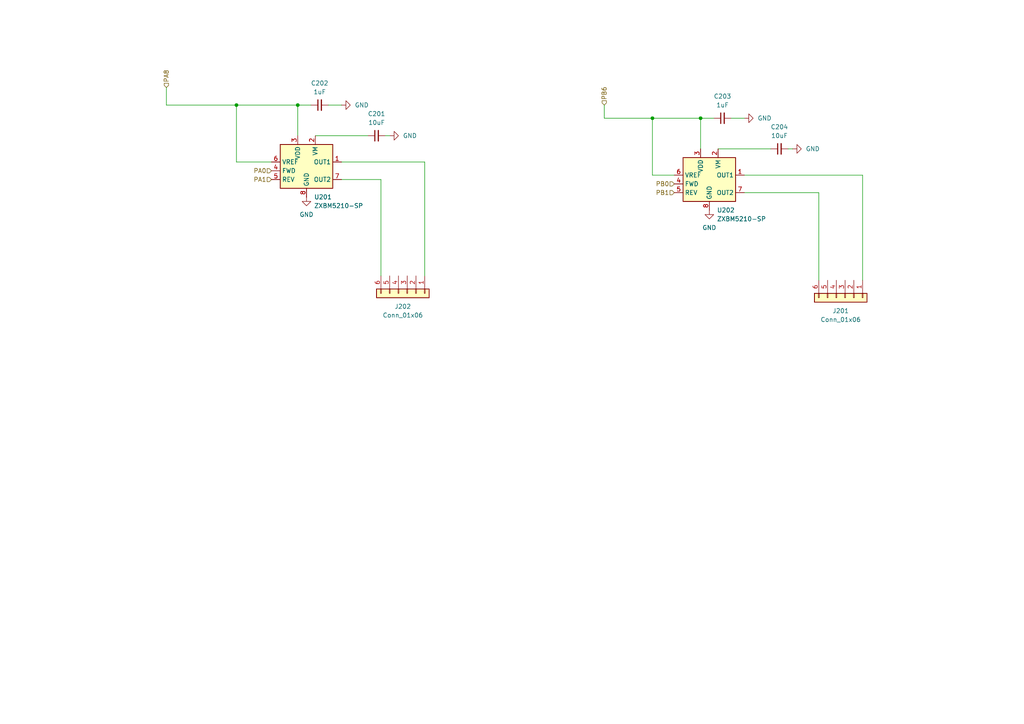
<source format=kicad_sch>
(kicad_sch (version 20231120) (generator "eeschema") (generator_version "8.0")
  (paper "A4")
  (lib_symbols
    (symbol "Connector_Generic:Conn_01x06" (pin_names (offset 1.016) hide)
      (property "Reference" "J" (at 0 7.62 0))
      (property "Value" "Conn_01x06" (at 0 -10.16 0))
      (symbol "Conn_01x06_1_1"
        (rectangle (start -1.27 -7.493) (end 0 -7.747) (stroke (width 0.1524)))
        (rectangle (start -1.27 -4.953) (end 0 -5.207) (stroke (width 0.1524)))
        (rectangle (start -1.27 -2.413) (end 0 -2.667) (stroke (width 0.1524)))
        (rectangle (start -1.27 0.127) (end 0 -0.127) (stroke (width 0.1524)))
        (rectangle (start -1.27 2.667) (end 0 2.413) (stroke (width 0.1524)))
        (rectangle (start -1.27 5.207) (end 0 4.953) (stroke (width 0.1524)))
        (rectangle (start -1.27 6.35) (end 1.27 -8.89) (stroke (width 0.254)) (fill (type background)))
        (pin passive line (at -5.08 5.08 0) (length 3.81) (name "Pin_1") (number "1"))
        (pin passive line (at -5.08 2.54 0) (length 3.81) (name "Pin_2") (number "2"))
        (pin passive line (at -5.08 0 0) (length 3.81) (name "Pin_3") (number "3"))
        (pin passive line (at -5.08 -2.54 0) (length 3.81) (name "Pin_4") (number "4"))
        (pin passive line (at -5.08 -5.08 0) (length 3.81) (name "Pin_5") (number "5"))
        (pin passive line (at -5.08 -7.62 0) (length 3.81) (name "Pin_6") (number "6"))
      )
    )
    (symbol "Device:C_Small" (pin_numbers hide) (pin_names (offset 0.254) hide)
      (property "Reference" "C" (at 0.254 1.778 0))
      (property "Value" "C_Small" (at 0.254 -2.032 0))
      (symbol "C_Small_0_1"
        (polyline (pts (xy -1.524 -0.508) (xy 1.524 -0.508)) (stroke (width 0.3302)))
        (polyline (pts (xy -1.524 0.508) (xy 1.524 0.508)) (stroke (width 0.3048)))
      )
      (symbol "C_Small_1_1"
        (pin passive line (at 0 2.54 270) (length 2.032) (name "~") (number "1"))
        (pin passive line (at 0 -2.54 90) (length 2.032) (name "~") (number "2"))
      )
    )
    (symbol "Driver_Motor:ZXBM5210-SP"
      (property "Reference" "U" (at -7.62 8.89 0))
      (property "Value" "ZXBM5210-SP" (at 10.16 8.89 0))
      (symbol "ZXBM5210-SP_0_0"
        (pin output line (at 10.16 2.54 180) (length 2.54) (name "OUT1") (number "1"))
        (pin power_in line (at 2.54 10.16 270) (length 2.54) (name "VM") (number "2"))
        (pin power_in line (at -2.54 10.16 270) (length 2.54) (name "VDD") (number "3"))
        (pin input line (at -10.16 0 0) (length 2.54) (name "FWD") (number "4"))
        (pin input line (at -10.16 -2.54 0) (length 2.54) (name "REV") (number "5"))
        (pin input line (at -10.16 2.54 0) (length 2.54) (name "VREF") (number "6"))
        (pin output line (at 10.16 -2.54 180) (length 2.54) (name "OUT2") (number "7"))
        (pin power_in line (at 0 -7.62 90) (length 2.54) (name "GND") (number "8"))
        (pin passive line (at 0 -7.62 90) (length 2.54) hide (name "GND") (number "9"))
      )
      (symbol "ZXBM5210-SP_0_1"
        (rectangle (start -7.62 7.62) (end 7.62 -5.08) (stroke (width 0.254)) (fill (type background)))
      )
    )
    (symbol "power:GND" (power) (pin_numbers hide) (pin_names (offset 0) hide)
      (property "Value" "GND" (at 0 -3.81 0))
      (symbol "GND_0_1"
        (polyline (pts (xy 0 0) (xy 0 -1.27) (xy 1.27 -1.27) (xy 0 -2.54) (xy -1.27 -1.27) (xy 0 -1.27)))
      )
      (symbol "GND_1_1"
        (pin power_in line (at 0 0 270) (length 0) (name "~") (number "1"))
      )
    )
  )
  (junction (at 86.36 30.48))
  (junction (at 189.23 34.29))
  (junction (at 68.58 30.48))
  (junction (at 203.2 34.29))
  (wire (pts (xy 175.26 34.29) (xy 175.26 30.48)))
  (wire (pts (xy 189.23 50.8) (xy 189.23 34.29)))
  (wire (pts (xy 99.06 52.07) (xy 110.49 52.07)))
  (wire (pts (xy 91.44 39.37) (xy 106.68 39.37)))
  (wire (pts (xy 99.06 46.99) (xy 123.19 46.99)))
  (wire (pts (xy 229.87 43.18) (xy 228.6 43.18)))
  (wire (pts (xy 175.26 34.29) (xy 189.23 34.29)))
  (wire (pts (xy 215.9 55.88) (xy 237.49 55.88)))
  (wire (pts (xy 78.74 46.99) (xy 68.58 46.99)))
  (wire (pts (xy 123.19 46.99) (xy 123.19 80.01)))
  (wire (pts (xy 208.28 43.18) (xy 223.52 43.18)))
  (wire (pts (xy 250.19 50.8) (xy 250.19 81.28)))
  (wire (pts (xy 48.26 30.48) (xy 48.26 25.4)))
  (wire (pts (xy 95.25 30.48) (xy 99.06 30.48)))
  (wire (pts (xy 212.09 34.29) (xy 215.9 34.29)))
  (wire (pts (xy 68.58 30.48) (xy 68.58 46.99)))
  (wire (pts (xy 110.49 52.07) (xy 110.49 80.01)))
  (wire (pts (xy 195.58 50.8) (xy 189.23 50.8)))
  (wire (pts (xy 48.26 30.48) (xy 68.58 30.48)))
  (wire (pts (xy 68.58 30.48) (xy 86.36 30.48)))
  (wire (pts (xy 113.03 39.37) (xy 111.76 39.37)))
  (wire (pts (xy 86.36 30.48) (xy 90.17 30.48)))
  (wire (pts (xy 237.49 55.88) (xy 237.49 81.28)))
  (wire (pts (xy 86.36 30.48) (xy 86.36 39.37)))
  (wire (pts (xy 215.9 50.8) (xy 250.19 50.8)))
  (wire (pts (xy 203.2 34.29) (xy 207.01 34.29)))
  (wire (pts (xy 203.2 34.29) (xy 203.2 43.18)))
  (wire (pts (xy 189.23 34.29) (xy 203.2 34.29)))
  (hierarchical_label "PA1" (shape input) (at 78.74 52.07 180))
  (hierarchical_label "PA8" (shape input) (at 48.26 25.4 90))
  (hierarchical_label "PB6" (shape input) (at 175.26 30.48 90))
  (hierarchical_label "PA0" (shape input) (at 78.74 49.53 180))
  (hierarchical_label "PB0" (shape input) (at 195.58 53.34 180))
  (hierarchical_label "PB1" (shape input) (at 195.58 55.88 180))
  (symbol (lib_id "Device:C_Small") (at 92.71 30.48 90) (unit 1)
    (property "Reference" "C202" (at 92.7163 24.13 90))
    (property "Value" "1uF" (at 92.7163 26.67 90))
    (property "Footprint" "Capacitor_SMD:C_0402_1005Metric" (effects (hide yes)))
    (property "Description" "Unpolarized capacitor, small symbol" (effects (hide yes)))
  )
  (symbol (lib_id "Device:C_Small") (at 209.55 34.29 90) (unit 1)
    (property "Reference" "C203" (at 209.5563 27.94 90))
    (property "Value" "1uF" (at 209.5563 30.48 90))
    (property "Footprint" "Capacitor_SMD:C_0402_1005Metric" (effects (hide yes)))
    (property "Description" "Unpolarized capacitor, small symbol" (effects (hide yes)))
  )
  (symbol (lib_id "Device:C_Small") (at 226.06 43.18 90) (unit 1)
    (property "Reference" "C204" (at 226.0663 36.83 90))
    (property "Value" "10uF" (at 226.0663 39.37 90))
    (property "Footprint" "Capacitor_SMD:C_0402_1005Metric" (effects (hide yes)))
    (property "Description" "Unpolarized capacitor, small symbol" (effects (hide yes)))
  )
  (symbol (lib_id "power:GND") (at 229.87 43.18 90) (unit 1)
    (property "Reference" "#PWR0210" (effects (hide yes)))
    (property "Value" "GND" (at 233.68 43.1799 90) (effects (justify right)))
    (property "Description" "Power symbol creates a global label with name \"GND\" , ground" (effects (hide yes)))
  )
  (symbol (lib_id "power:GND") (at 215.9 34.29 90) (unit 1)
    (property "Reference" "#PWR0209" (effects (hide yes)))
    (property "Value" "GND" (at 219.71 34.2899 90) (effects (justify right)))
    (property "Description" "Power symbol creates a global label with name \"GND\" , ground" (effects (hide yes)))
  )
  (symbol (lib_id "power:GND") (at 113.03 39.37 90) (unit 1)
    (property "Reference" "#PWR0203" (effects (hide yes)))
    (property "Value" "GND" (at 116.84 39.3699 90) (effects (justify right)))
    (property "Description" "Power symbol creates a global label with name \"GND\" , ground" (effects (hide yes)))
  )
  (symbol (lib_id "power:GND") (at 99.06 30.48 90) (unit 1)
    (property "Reference" "#PWR0202" (effects (hide yes)))
    (property "Value" "GND" (at 102.87 30.4799 90) (effects (justify right)))
    (property "Description" "Power symbol creates a global label with name \"GND\" , ground" (effects (hide yes)))
  )
  (symbol (lib_id "power:GND") (at 88.9 57.15 0) (unit 1)
    (property "Reference" "#PWR0204" (effects (hide yes)))
    (property "Value" "GND" (at 88.9 62.23 0))
    (property "Description" "Power symbol creates a global label with name \"GND\" , ground" (effects (hide yes)))
  )
  (symbol (lib_id "Connector_Generic:Conn_01x06") (at 118.11 85.09 270) (unit 1)
    (property "Reference" "J202" (at 116.84 88.9 90))
    (property "Value" "Conn_01x06" (at 116.84 91.44 90))
    (property "Footprint" "Connector_JST:JST_XH_S6B-XH-A_1x06_P2.50mm_Horizontal" (effects (hide yes)))
    (property "Description" "Generic connector, single row, 01x06, script generated (kicad-library-utils/schlib/autogen/connector/)" (effects (hide yes)))
  )
  (symbol (lib_id "Device:C_Small") (at 109.22 39.37 90) (unit 1)
    (property "Reference" "C201" (at 109.2263 33.02 90))
    (property "Value" "10uF" (at 109.2263 35.56 90))
    (property "Footprint" "Capacitor_SMD:C_0402_1005Metric" (effects (hide yes)))
    (property "Description" "Unpolarized capacitor, small symbol" (effects (hide yes)))
  )
  (symbol (lib_id "power:GND") (at 205.74 60.96 0) (unit 1)
    (property "Reference" "#PWR0208" (effects (hide yes)))
    (property "Value" "GND" (at 205.74 66.04 0))
    (property "Description" "Power symbol creates a global label with name \"GND\" , ground" (effects (hide yes)))
  )
  (symbol (lib_id "Connector_Generic:Conn_01x06") (at 245.11 86.36 270) (unit 1)
    (property "Reference" "J201" (at 243.84 90.17 90))
    (property "Value" "Conn_01x06" (at 243.84 92.71 90))
    (property "Footprint" "Connector_JST:JST_XH_S6B-XH-A_1x06_P2.50mm_Horizontal" (effects (hide yes)))
    (property "Description" "Generic connector, single row, 01x06, script generated (kicad-library-utils/schlib/autogen/connector/)" (effects (hide yes)))
  )
  (symbol (lib_id "Driver_Motor:ZXBM5210-SP") (at 88.9 49.53 0) (unit 1)
    (property "Reference" "U201" (at 91.0941 57.15 0) (effects (justify left)))
    (property "Value" "ZXBM5210-SP" (at 91.0941 59.69 0) (effects (justify left)))
    (property "Footprint" "Package_SO:Diodes_SO-8EP" (effects (hide yes)))
    (property "Datasheet" "https://www.diodes.com/assets/Datasheets/ZXBM5210.pdf" (effects (hide yes)))
    (property "Description" "Reversible DC motor drive with speed control, 3-18V, 0.85A, SOIC-8EP" (effects (hide yes)))
  )
  (symbol (lib_id "Driver_Motor:ZXBM5210-SP") (at 205.74 53.34 0) (unit 1)
    (property "Reference" "U202" (at 207.9341 60.96 0) (effects (justify left)))
    (property "Value" "ZXBM5210-SP" (at 207.9341 63.5 0) (effects (justify left)))
    (property "Footprint" "Package_SO:Diodes_SO-8EP" (effects (hide yes)))
    (property "Datasheet" "https://www.diodes.com/assets/Datasheets/ZXBM5210.pdf" (effects (hide yes)))
    (property "Description" "Reversible DC motor drive with speed control, 3-18V, 0.85A, SOIC-8EP" (effects (hide yes)))
  )
)
</source>
